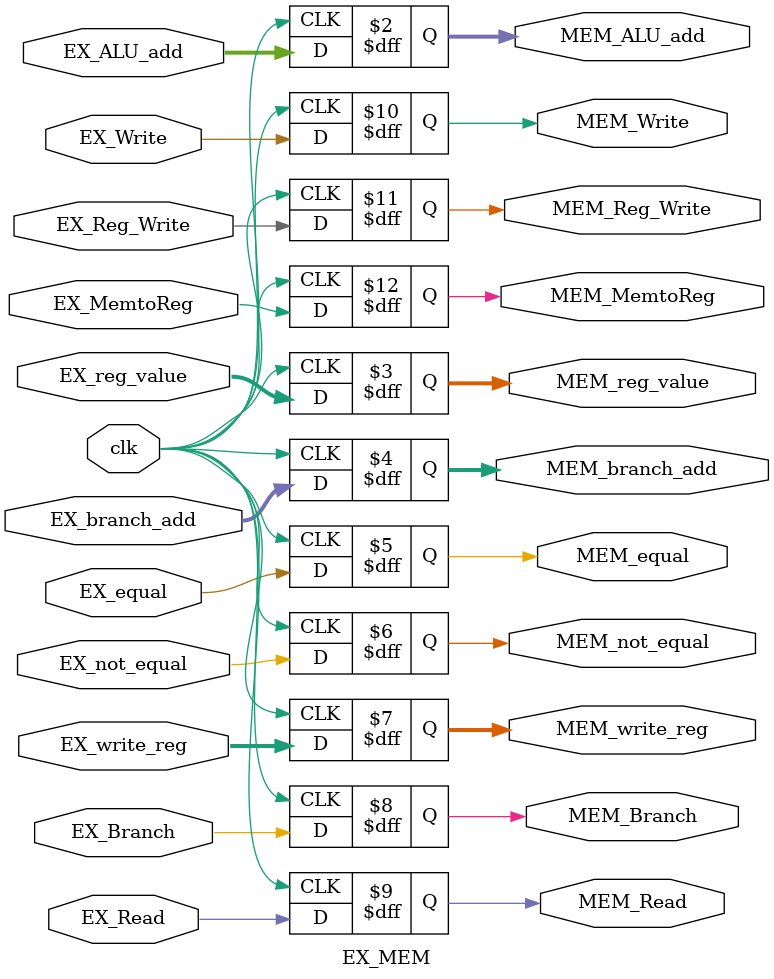
<source format=v>
module EX_MEM(clk ,EX_Reg_Write ,EX_MemtoReg,MEM_Reg_Write, MEM_MemtoReg ,  EX_Branch, EX_Read, EX_Write , MEM_Branch , MEM_Read ,MEM_Write,EX_equal,EX_not_equal,MEM_equal,MEM_not_equal,EX_branch_add ,MEM_branch_add, EX_ALU_add ,MEM_ALU_add,EX_reg_value ,MEM_reg_value ,EX_write_reg,MEM_write_reg);
input clk;
input [31:0] EX_branch_add ,EX_ALU_add ,EX_reg_value;
input EX_equal,EX_not_equal ;
input [4:0]  EX_write_reg ;
input EX_Reg_Write,EX_MemtoReg,EX_Branch,EX_Read,EX_Write;
output reg [31:0]  MEM_ALU_add ,MEM_reg_value, MEM_branch_add;
output reg MEM_equal ,MEM_not_equal ;
output reg [4:0]  MEM_write_reg ;
output reg MEM_Branch , MEM_Read , MEM_Write,MEM_Reg_Write,MEM_MemtoReg ;


always @(posedge clk)

begin

MEM_Reg_Write = EX_Reg_Write;
MEM_MemtoReg = EX_MemtoReg;
MEM_Branch = EX_Branch;
MEM_branch_add=EX_branch_add;
MEM_Read = EX_Read;
MEM_equal=EX_equal;
MEM_not_equal=EX_not_equal;
MEM_Write = EX_Write;
MEM_ALU_add = EX_ALU_add;
MEM_reg_value = EX_reg_value;
MEM_write_reg = EX_write_reg;

end

endmodule

</source>
